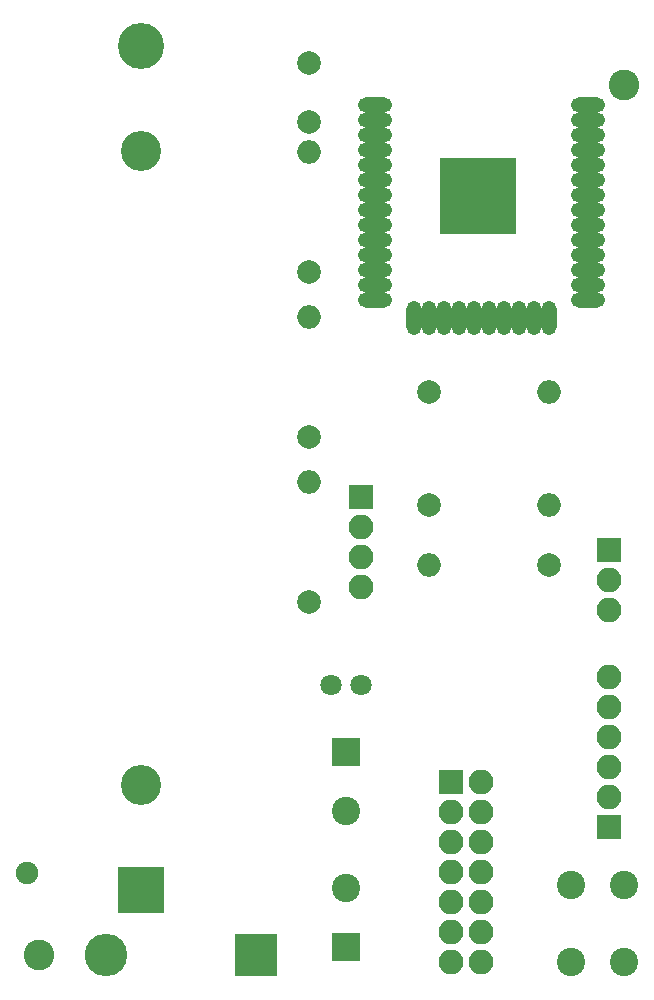
<source format=gts>
G04 #@! TF.GenerationSoftware,KiCad,Pcbnew,(5.0.0-3-g5ebb6b6)*
G04 #@! TF.CreationDate,2018-08-06T20:02:11+02:00*
G04 #@! TF.ProjectId,esp32-sensornode,65737033322D73656E736F726E6F6465,rev?*
G04 #@! TF.SameCoordinates,Original*
G04 #@! TF.FileFunction,Soldermask,Top*
G04 #@! TF.FilePolarity,Negative*
%FSLAX46Y46*%
G04 Gerber Fmt 4.6, Leading zero omitted, Abs format (unit mm)*
G04 Created by KiCad (PCBNEW (5.0.0-3-g5ebb6b6)) date Monday, 06 August 2018 at 20:02:11*
%MOMM*%
%LPD*%
G01*
G04 APERTURE LIST*
%ADD10C,2.600000*%
%ADD11C,3.900000*%
%ADD12R,3.900000X3.900000*%
%ADD13C,3.400000*%
%ADD14C,1.900000*%
%ADD15C,1.800000*%
%ADD16R,2.100000X2.100000*%
%ADD17O,2.100000X2.100000*%
%ADD18C,2.000000*%
%ADD19O,2.000000X2.000000*%
%ADD20O,2.900000X1.300000*%
%ADD21O,1.300000X2.900000*%
%ADD22R,6.400000X6.400000*%
%ADD23C,2.400000*%
%ADD24R,2.400000X2.400000*%
%ADD25R,3.600000X3.600000*%
%ADD26O,3.600000X3.600000*%
G04 APERTURE END LIST*
D10*
G04 #@! TO.C,REF\002A\002A*
X180340000Y-130175000D03*
G04 #@! TD*
G04 #@! TO.C,REF\002A\002A*
X229870000Y-56515000D03*
G04 #@! TD*
D11*
G04 #@! TO.C,BT1*
X189030000Y-53295000D03*
D12*
X189030000Y-124695000D03*
D13*
X189030000Y-115845000D03*
X189030000Y-62145000D03*
D14*
X179330000Y-123245000D03*
G04 #@! TD*
D15*
G04 #@! TO.C,C3*
X205105000Y-107315000D03*
X207605000Y-107315000D03*
G04 #@! TD*
D16*
G04 #@! TO.C,J2*
X228600000Y-119380000D03*
D17*
X228600000Y-116840000D03*
X228600000Y-114300000D03*
X228600000Y-111760000D03*
X228600000Y-109220000D03*
X228600000Y-106680000D03*
G04 #@! TD*
D16*
G04 #@! TO.C,J3*
X207645000Y-91440000D03*
D17*
X207645000Y-93980000D03*
X207645000Y-96520000D03*
X207645000Y-99060000D03*
G04 #@! TD*
D16*
G04 #@! TO.C,J4*
X228600000Y-95885000D03*
D17*
X228600000Y-98425000D03*
X228600000Y-100965000D03*
G04 #@! TD*
D18*
G04 #@! TO.C,R1*
X203200000Y-72390000D03*
D19*
X203200000Y-62230000D03*
G04 #@! TD*
G04 #@! TO.C,R2*
X223520000Y-82550000D03*
D18*
X213360000Y-82550000D03*
G04 #@! TD*
D19*
G04 #@! TO.C,R3*
X223520000Y-92075000D03*
D18*
X213360000Y-92075000D03*
G04 #@! TD*
G04 #@! TO.C,R6*
X203200000Y-100330000D03*
D19*
X203200000Y-90170000D03*
G04 #@! TD*
D18*
G04 #@! TO.C,R7*
X203200000Y-86360000D03*
D19*
X203200000Y-76200000D03*
G04 #@! TD*
D20*
G04 #@! TO.C,U1*
X226805000Y-58250000D03*
X226805000Y-59520000D03*
X226805000Y-60790000D03*
X226805000Y-62060000D03*
X226805000Y-63330000D03*
X226805000Y-64600000D03*
X226805000Y-65870000D03*
X226805000Y-67140000D03*
X226805000Y-68410000D03*
X226805000Y-69680000D03*
X226805000Y-70950000D03*
X226805000Y-72220000D03*
X226805000Y-73490000D03*
X226805000Y-74760000D03*
D21*
X223520000Y-76250000D03*
X222250000Y-76250000D03*
X220980000Y-76250000D03*
X219710000Y-76250000D03*
X218440000Y-76250000D03*
X217170000Y-76250000D03*
X215900000Y-76250000D03*
X214630000Y-76250000D03*
X213360000Y-76250000D03*
X212090000Y-76250000D03*
D20*
X208805000Y-74760000D03*
X208805000Y-73490000D03*
X208805000Y-72220000D03*
X208805000Y-70950000D03*
X208805000Y-69680000D03*
X208805000Y-68410000D03*
X208805000Y-67140000D03*
X208805000Y-65870000D03*
X208805000Y-64600000D03*
X208805000Y-63330000D03*
X208805000Y-62060000D03*
X208805000Y-60790000D03*
X208805000Y-59520000D03*
X208805000Y-58250000D03*
D22*
X217505000Y-65950000D03*
G04 #@! TD*
D23*
G04 #@! TO.C,SW1*
X229925000Y-130810000D03*
X225425000Y-130810000D03*
X229925000Y-124310000D03*
X225425000Y-124310000D03*
G04 #@! TD*
D18*
G04 #@! TO.C,R8*
X223520000Y-97155000D03*
D19*
X213360000Y-97155000D03*
G04 #@! TD*
D16*
G04 #@! TO.C,J1*
X215265000Y-115570000D03*
D17*
X217805000Y-115570000D03*
X215265000Y-118110000D03*
X217805000Y-118110000D03*
X215265000Y-120650000D03*
X217805000Y-120650000D03*
X215265000Y-123190000D03*
X217805000Y-123190000D03*
X215265000Y-125730000D03*
X217805000Y-125730000D03*
X215265000Y-128270000D03*
X217805000Y-128270000D03*
X215265000Y-130810000D03*
X217805000Y-130810000D03*
G04 #@! TD*
D18*
G04 #@! TO.C,C1*
X203200000Y-59690000D03*
X203200000Y-54690000D03*
G04 #@! TD*
D24*
G04 #@! TO.C,C5*
X206375000Y-113030000D03*
D23*
X206375000Y-118030000D03*
G04 #@! TD*
G04 #@! TO.C,C6*
X206375000Y-124540000D03*
D24*
X206375000Y-129540000D03*
G04 #@! TD*
D25*
G04 #@! TO.C,D1*
X198755000Y-130175000D03*
D26*
X186055000Y-130175000D03*
G04 #@! TD*
M02*

</source>
